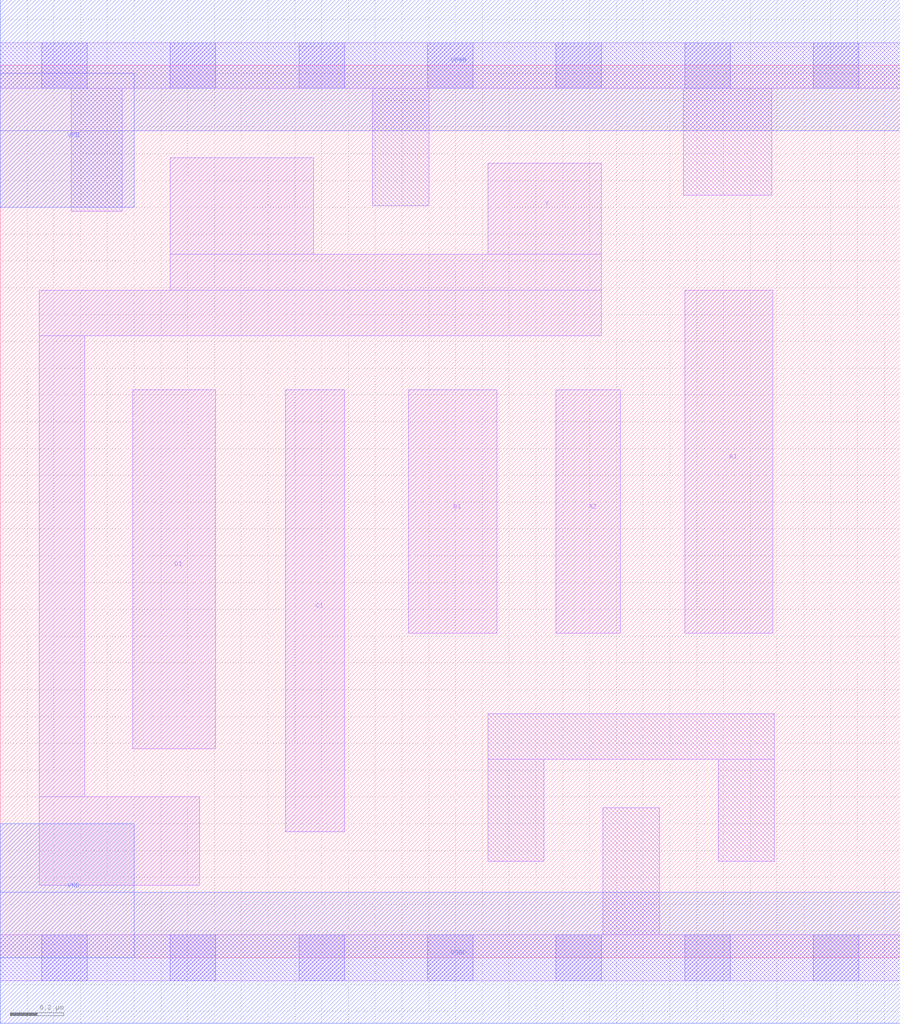
<source format=lef>
# Copyright 2020 The SkyWater PDK Authors
#
# Licensed under the Apache License, Version 2.0 (the "License");
# you may not use this file except in compliance with the License.
# You may obtain a copy of the License at
#
#     https://www.apache.org/licenses/LICENSE-2.0
#
# Unless required by applicable law or agreed to in writing, software
# distributed under the License is distributed on an "AS IS" BASIS,
# WITHOUT WARRANTIES OR CONDITIONS OF ANY KIND, either express or implied.
# See the License for the specific language governing permissions and
# limitations under the License.
#
# SPDX-License-Identifier: Apache-2.0

VERSION 5.5 ;
NAMESCASESENSITIVE ON ;
BUSBITCHARS "[]" ;
DIVIDERCHAR "/" ;
MACRO sky130_fd_sc_lp__o2111ai_m
  CLASS CORE ;
  SOURCE USER ;
  ORIGIN  0.000000  0.000000 ;
  SIZE  3.360000 BY  3.330000 ;
  SYMMETRY X Y R90 ;
  SITE unit ;
  PIN A1
    ANTENNAGATEAREA  0.126000 ;
    DIRECTION INPUT ;
    USE SIGNAL ;
    PORT
      LAYER li1 ;
        RECT 2.555000 1.210000 2.885000 2.490000 ;
    END
  END A1
  PIN A2
    ANTENNAGATEAREA  0.126000 ;
    DIRECTION INPUT ;
    USE SIGNAL ;
    PORT
      LAYER li1 ;
        RECT 2.075000 1.210000 2.315000 2.120000 ;
    END
  END A2
  PIN B1
    ANTENNAGATEAREA  0.126000 ;
    DIRECTION INPUT ;
    USE SIGNAL ;
    PORT
      LAYER li1 ;
        RECT 1.525000 1.210000 1.855000 2.120000 ;
    END
  END B1
  PIN C1
    ANTENNAGATEAREA  0.126000 ;
    DIRECTION INPUT ;
    USE SIGNAL ;
    PORT
      LAYER li1 ;
        RECT 1.065000 0.470000 1.285000 2.120000 ;
    END
  END C1
  PIN D1
    ANTENNAGATEAREA  0.126000 ;
    DIRECTION INPUT ;
    USE SIGNAL ;
    PORT
      LAYER li1 ;
        RECT 0.495000 0.780000 0.805000 2.120000 ;
    END
  END D1
  PIN Y
    ANTENNADIFFAREA  0.403200 ;
    DIRECTION OUTPUT ;
    USE SIGNAL ;
    PORT
      LAYER li1 ;
        RECT 0.145000 0.270000 0.745000 0.600000 ;
        RECT 0.145000 0.600000 0.315000 2.320000 ;
        RECT 0.145000 2.320000 2.245000 2.490000 ;
        RECT 0.635000 2.490000 2.245000 2.625000 ;
        RECT 0.635000 2.625000 1.170000 2.985000 ;
        RECT 1.820000 2.625000 2.245000 2.965000 ;
    END
  END Y
  PIN VGND
    DIRECTION INOUT ;
    USE GROUND ;
    PORT
      LAYER met1 ;
        RECT 0.000000 -0.245000 3.360000 0.245000 ;
    END
  END VGND
  PIN VNB
    DIRECTION INOUT ;
    USE GROUND ;
    PORT
      LAYER met1 ;
        RECT 0.000000 0.000000 0.500000 0.500000 ;
    END
  END VNB
  PIN VPB
    DIRECTION INOUT ;
    USE POWER ;
    PORT
      LAYER met1 ;
        RECT 0.000000 2.800000 0.500000 3.300000 ;
    END
  END VPB
  PIN VPWR
    DIRECTION INOUT ;
    USE POWER ;
    PORT
      LAYER met1 ;
        RECT 0.000000 3.085000 3.360000 3.575000 ;
    END
  END VPWR
  OBS
    LAYER li1 ;
      RECT 0.000000 -0.085000 3.360000 0.085000 ;
      RECT 0.000000  3.245000 3.360000 3.415000 ;
      RECT 0.265000  2.785000 0.455000 3.245000 ;
      RECT 1.390000  2.805000 1.600000 3.245000 ;
      RECT 1.820000  0.360000 2.030000 0.740000 ;
      RECT 1.820000  0.740000 2.890000 0.910000 ;
      RECT 2.250000  0.085000 2.460000 0.560000 ;
      RECT 2.550000  2.845000 2.880000 3.245000 ;
      RECT 2.680000  0.360000 2.890000 0.740000 ;
    LAYER mcon ;
      RECT 0.155000 -0.085000 0.325000 0.085000 ;
      RECT 0.155000  3.245000 0.325000 3.415000 ;
      RECT 0.635000 -0.085000 0.805000 0.085000 ;
      RECT 0.635000  3.245000 0.805000 3.415000 ;
      RECT 1.115000 -0.085000 1.285000 0.085000 ;
      RECT 1.115000  3.245000 1.285000 3.415000 ;
      RECT 1.595000 -0.085000 1.765000 0.085000 ;
      RECT 1.595000  3.245000 1.765000 3.415000 ;
      RECT 2.075000 -0.085000 2.245000 0.085000 ;
      RECT 2.075000  3.245000 2.245000 3.415000 ;
      RECT 2.555000 -0.085000 2.725000 0.085000 ;
      RECT 2.555000  3.245000 2.725000 3.415000 ;
      RECT 3.035000 -0.085000 3.205000 0.085000 ;
      RECT 3.035000  3.245000 3.205000 3.415000 ;
  END
END sky130_fd_sc_lp__o2111ai_m

</source>
